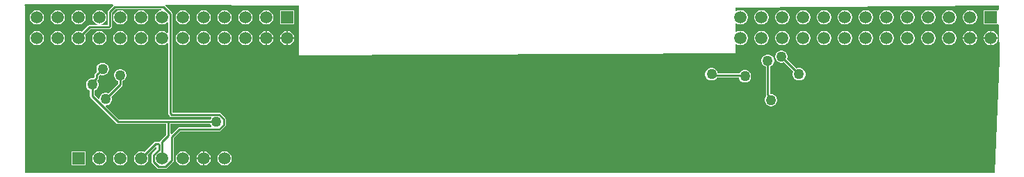
<source format=gtl>
G04*
G04 #@! TF.GenerationSoftware,Altium Limited,Altium Designer,24.10.1 (45)*
G04*
G04 Layer_Physical_Order=1*
G04 Layer_Color=255*
%FSLAX42Y42*%
%MOMM*%
G71*
G04*
G04 #@! TF.SameCoordinates,6BE155C9-00B4-4612-B876-D31AFA52546B*
G04*
G04*
G04 #@! TF.FilePolarity,Positive*
G04*
G01*
G75*
%ADD11C,0.25*%
%ADD16R,1.50X1.50*%
%ADD17C,1.50*%
%ADD18C,1.27*%
G36*
X6317Y9965D02*
X6327Y9948D01*
X6331Y9945D01*
X6325Y9932D01*
X5937D01*
X5927Y9930D01*
X5919Y9924D01*
X5844Y9849D01*
X5832Y9854D01*
Y9969D01*
X6316D01*
X6317Y9965D01*
D02*
G37*
G36*
X5128Y11434D02*
X5131Y11427D01*
X5132Y11422D01*
X5074Y11364D01*
X5069Y11356D01*
X5067Y11346D01*
Y11181D01*
X4993D01*
X4991Y11194D01*
X5000Y11196D01*
X5020Y11207D01*
X5036Y11224D01*
X5047Y11244D01*
X5053Y11266D01*
Y11289D01*
X5047Y11311D01*
X5036Y11331D01*
X5020Y11348D01*
X5000Y11359D01*
X4977Y11365D01*
X4954D01*
X4932Y11359D01*
X4912Y11348D01*
X4896Y11331D01*
X4884Y11311D01*
X4878Y11289D01*
Y11266D01*
X4884Y11244D01*
X4896Y11224D01*
X4912Y11207D01*
X4932Y11196D01*
X4940Y11194D01*
X4938Y11181D01*
X4843D01*
X4833Y11179D01*
X4825Y11173D01*
X4753Y11101D01*
X4746Y11105D01*
X4723Y11111D01*
X4700D01*
X4678Y11105D01*
X4658Y11094D01*
X4642Y11077D01*
X4630Y11057D01*
X4624Y11035D01*
Y11012D01*
X4630Y10990D01*
X4642Y10970D01*
X4658Y10953D01*
X4678Y10942D01*
X4700Y10936D01*
X4723D01*
X4746Y10942D01*
X4766Y10953D01*
X4782Y10970D01*
X4793Y10990D01*
X4799Y11012D01*
Y11035D01*
X4793Y11057D01*
X4789Y11065D01*
X4854Y11129D01*
X5078D01*
X5088Y11131D01*
X5096Y11137D01*
X5111Y11152D01*
X5117Y11160D01*
X5119Y11170D01*
Y11335D01*
X5162Y11379D01*
X5719D01*
X5720Y11378D01*
X5718Y11372D01*
X5713Y11365D01*
X5694Y11359D01*
X5674Y11348D01*
X5658Y11331D01*
X5646Y11311D01*
X5640Y11289D01*
Y11266D01*
X5646Y11244D01*
X5658Y11224D01*
X5674Y11207D01*
X5694Y11196D01*
X5716Y11190D01*
X5739D01*
X5762Y11196D01*
X5782Y11207D01*
X5790Y11215D01*
X5802Y11210D01*
Y11091D01*
X5790Y11086D01*
X5782Y11094D01*
X5762Y11105D01*
X5739Y11111D01*
X5716D01*
X5694Y11105D01*
X5674Y11094D01*
X5658Y11077D01*
X5646Y11057D01*
X5640Y11035D01*
Y11012D01*
X5646Y10990D01*
X5658Y10970D01*
X5674Y10953D01*
X5694Y10942D01*
X5716Y10936D01*
X5739D01*
X5762Y10942D01*
X5782Y10953D01*
X5790Y10961D01*
X5802Y10956D01*
Y10099D01*
X5804Y10089D01*
X5810Y10080D01*
X5825Y10065D01*
X5833Y10060D01*
X5843Y10058D01*
X6325D01*
X6331Y10045D01*
X6327Y10042D01*
X6317Y10024D01*
X6316Y10021D01*
X5206D01*
X5042Y10185D01*
X5047Y10198D01*
X5052D01*
X5071Y10203D01*
X5089Y10213D01*
X5103Y10228D01*
X5113Y10245D01*
X5118Y10264D01*
Y10284D01*
X5113Y10304D01*
X5111Y10307D01*
X5238Y10434D01*
X5244Y10442D01*
X5246Y10452D01*
Y10494D01*
X5249Y10495D01*
X5266Y10505D01*
X5281Y10520D01*
X5291Y10537D01*
X5296Y10556D01*
Y10576D01*
X5291Y10596D01*
X5281Y10613D01*
X5266Y10627D01*
X5249Y10637D01*
X5230Y10643D01*
X5210D01*
X5190Y10637D01*
X5173Y10627D01*
X5159Y10613D01*
X5149Y10596D01*
X5144Y10576D01*
Y10556D01*
X5149Y10537D01*
X5159Y10520D01*
X5173Y10505D01*
X5190Y10495D01*
X5194Y10494D01*
Y10463D01*
X5074Y10343D01*
X5071Y10345D01*
X5052Y10350D01*
X5032D01*
X5012Y10345D01*
X4995Y10335D01*
X4981Y10321D01*
X4971Y10304D01*
X4966Y10284D01*
Y10279D01*
X4953Y10274D01*
X4903Y10324D01*
Y10380D01*
X4906Y10381D01*
X4924Y10391D01*
X4938Y10405D01*
X4948Y10423D01*
X4953Y10442D01*
Y10462D01*
X4948Y10482D01*
X4938Y10499D01*
X4935Y10501D01*
X4950Y10516D01*
X4956Y10525D01*
X4958Y10535D01*
Y10560D01*
X4971Y10573D01*
X4974Y10572D01*
X4994Y10566D01*
X5014D01*
X5033Y10572D01*
X5051Y10582D01*
X5065Y10596D01*
X5075Y10613D01*
X5080Y10633D01*
Y10653D01*
X5075Y10672D01*
X5065Y10689D01*
X5051Y10704D01*
X5033Y10714D01*
X5014Y10719D01*
X4994D01*
X4974Y10714D01*
X4957Y10704D01*
X4943Y10689D01*
X4933Y10672D01*
X4928Y10653D01*
Y10633D01*
X4933Y10613D01*
X4935Y10610D01*
X4914Y10589D01*
X4908Y10581D01*
X4906Y10571D01*
Y10545D01*
X4888Y10528D01*
X4887Y10528D01*
X4867D01*
X4847Y10523D01*
X4830Y10513D01*
X4816Y10499D01*
X4806Y10482D01*
X4801Y10462D01*
Y10442D01*
X4806Y10423D01*
X4816Y10405D01*
X4830Y10391D01*
X4847Y10381D01*
X4851Y10380D01*
Y10314D01*
X4853Y10304D01*
X4858Y10295D01*
X5177Y9977D01*
X5186Y9971D01*
X5196Y9969D01*
X5780D01*
Y9839D01*
X5709Y9769D01*
X5704Y9760D01*
X5703Y9757D01*
X5700Y9754D01*
X5690Y9751D01*
X5689Y9751D01*
X5685Y9754D01*
X5675Y9756D01*
X5654D01*
X5644Y9754D01*
X5635Y9749D01*
X5515Y9628D01*
X5508Y9632D01*
X5485Y9638D01*
X5462D01*
X5440Y9632D01*
X5420Y9621D01*
X5404Y9604D01*
X5392Y9584D01*
X5386Y9562D01*
Y9539D01*
X5392Y9517D01*
X5404Y9497D01*
X5420Y9480D01*
X5440Y9469D01*
X5462Y9463D01*
X5485D01*
X5508Y9469D01*
X5528Y9480D01*
X5544Y9497D01*
X5555Y9517D01*
X5561Y9539D01*
Y9562D01*
X5555Y9584D01*
X5551Y9591D01*
X5652Y9692D01*
X5664Y9687D01*
Y9665D01*
X5609Y9610D01*
X5603Y9602D01*
X5601Y9592D01*
Y9509D01*
X5603Y9499D01*
X5609Y9491D01*
X5668Y9432D01*
X5676Y9426D01*
X5686Y9424D01*
X5769D01*
X5779Y9426D01*
X5788Y9432D01*
X5862Y9506D01*
X5868Y9515D01*
X5870Y9525D01*
Y9802D01*
X5948Y9880D01*
X6425D01*
X6435Y9882D01*
X6443Y9888D01*
X6495Y9940D01*
X6501Y9948D01*
X6503Y9958D01*
Y10032D01*
X6501Y10042D01*
X6495Y10050D01*
X6443Y10102D01*
X6435Y10108D01*
X6425Y10110D01*
X5854D01*
Y11319D01*
X5852Y11329D01*
X5846Y11337D01*
X5767Y11417D01*
X5772Y11430D01*
X7398Y11417D01*
Y10808D01*
X12712Y10833D01*
Y10948D01*
X12725Y10952D01*
X12742Y10942D01*
X12765Y10936D01*
X12788D01*
X12810Y10942D01*
X12830Y10953D01*
X12846Y10970D01*
X12858Y10990D01*
X12864Y11012D01*
Y11035D01*
X12858Y11057D01*
X12846Y11077D01*
X12830Y11094D01*
X12810Y11105D01*
X12788Y11111D01*
X12765D01*
X12742Y11105D01*
X12725Y11095D01*
X12712Y11100D01*
Y11202D01*
X12725Y11206D01*
X12742Y11196D01*
X12765Y11190D01*
X12788D01*
X12810Y11196D01*
X12830Y11207D01*
X12846Y11224D01*
X12858Y11244D01*
X12864Y11266D01*
Y11289D01*
X12858Y11311D01*
X12846Y11331D01*
X12830Y11348D01*
X12810Y11359D01*
X12788Y11365D01*
X12765D01*
X12742Y11359D01*
X12725Y11349D01*
X12712Y11354D01*
Y11398D01*
X15919Y11417D01*
X15920Y11375D01*
X15908Y11365D01*
X15737D01*
Y11190D01*
X15911D01*
X15912Y11190D01*
X15924Y11188D01*
X15932Y10770D01*
X15874Y9373D01*
X4058D01*
Y11417D01*
X4052Y11423D01*
X4052Y11431D01*
X4063Y11442D01*
X5128Y11434D01*
D02*
G37*
%LPC*%
G36*
X15582Y11365D02*
X15559D01*
X15536Y11359D01*
X15516Y11348D01*
X15500Y11331D01*
X15488Y11311D01*
X15482Y11289D01*
Y11266D01*
X15488Y11244D01*
X15500Y11224D01*
X15516Y11207D01*
X15536Y11196D01*
X15559Y11190D01*
X15582D01*
X15604Y11196D01*
X15624Y11207D01*
X15640Y11224D01*
X15652Y11244D01*
X15658Y11266D01*
Y11289D01*
X15652Y11311D01*
X15640Y11331D01*
X15624Y11348D01*
X15604Y11359D01*
X15582Y11365D01*
D02*
G37*
G36*
X15328D02*
X15305D01*
X15282Y11359D01*
X15262Y11348D01*
X15246Y11331D01*
X15234Y11311D01*
X15229Y11289D01*
Y11266D01*
X15234Y11244D01*
X15246Y11224D01*
X15262Y11207D01*
X15282Y11196D01*
X15305Y11190D01*
X15328D01*
X15350Y11196D01*
X15370Y11207D01*
X15386Y11224D01*
X15398Y11244D01*
X15404Y11266D01*
Y11289D01*
X15398Y11311D01*
X15386Y11331D01*
X15370Y11348D01*
X15350Y11359D01*
X15328Y11365D01*
D02*
G37*
G36*
X15074D02*
X15051D01*
X15028Y11359D01*
X15008Y11348D01*
X14992Y11331D01*
X14980Y11311D01*
X14974Y11289D01*
Y11266D01*
X14980Y11244D01*
X14992Y11224D01*
X15008Y11207D01*
X15028Y11196D01*
X15051Y11190D01*
X15074D01*
X15096Y11196D01*
X15116Y11207D01*
X15132Y11224D01*
X15144Y11244D01*
X15150Y11266D01*
Y11289D01*
X15144Y11311D01*
X15132Y11331D01*
X15116Y11348D01*
X15096Y11359D01*
X15074Y11365D01*
D02*
G37*
G36*
X14820D02*
X14797D01*
X14774Y11359D01*
X14754Y11348D01*
X14738Y11331D01*
X14726Y11311D01*
X14721Y11289D01*
Y11266D01*
X14726Y11244D01*
X14738Y11224D01*
X14754Y11207D01*
X14774Y11196D01*
X14797Y11190D01*
X14820D01*
X14842Y11196D01*
X14862Y11207D01*
X14878Y11224D01*
X14890Y11244D01*
X14896Y11266D01*
Y11289D01*
X14890Y11311D01*
X14878Y11331D01*
X14862Y11348D01*
X14842Y11359D01*
X14820Y11365D01*
D02*
G37*
G36*
X14566D02*
X14543D01*
X14520Y11359D01*
X14500Y11348D01*
X14484Y11331D01*
X14472Y11311D01*
X14466Y11289D01*
Y11266D01*
X14472Y11244D01*
X14484Y11224D01*
X14500Y11207D01*
X14520Y11196D01*
X14543Y11190D01*
X14566D01*
X14588Y11196D01*
X14608Y11207D01*
X14624Y11224D01*
X14636Y11244D01*
X14642Y11266D01*
Y11289D01*
X14636Y11311D01*
X14624Y11331D01*
X14608Y11348D01*
X14588Y11359D01*
X14566Y11365D01*
D02*
G37*
G36*
X14312D02*
X14289D01*
X14266Y11359D01*
X14246Y11348D01*
X14230Y11331D01*
X14218Y11311D01*
X14212Y11289D01*
Y11266D01*
X14218Y11244D01*
X14230Y11224D01*
X14246Y11207D01*
X14266Y11196D01*
X14289Y11190D01*
X14312D01*
X14334Y11196D01*
X14354Y11207D01*
X14370Y11224D01*
X14382Y11244D01*
X14388Y11266D01*
Y11289D01*
X14382Y11311D01*
X14370Y11331D01*
X14354Y11348D01*
X14334Y11359D01*
X14312Y11365D01*
D02*
G37*
G36*
X14058D02*
X14035D01*
X14012Y11359D01*
X13992Y11348D01*
X13976Y11331D01*
X13964Y11311D01*
X13959Y11289D01*
Y11266D01*
X13964Y11244D01*
X13976Y11224D01*
X13992Y11207D01*
X14012Y11196D01*
X14035Y11190D01*
X14058D01*
X14080Y11196D01*
X14100Y11207D01*
X14116Y11224D01*
X14128Y11244D01*
X14134Y11266D01*
Y11289D01*
X14128Y11311D01*
X14116Y11331D01*
X14100Y11348D01*
X14080Y11359D01*
X14058Y11365D01*
D02*
G37*
G36*
X13804D02*
X13781D01*
X13758Y11359D01*
X13738Y11348D01*
X13722Y11331D01*
X13710Y11311D01*
X13704Y11289D01*
Y11266D01*
X13710Y11244D01*
X13722Y11224D01*
X13738Y11207D01*
X13758Y11196D01*
X13781Y11190D01*
X13804D01*
X13826Y11196D01*
X13846Y11207D01*
X13862Y11224D01*
X13874Y11244D01*
X13880Y11266D01*
Y11289D01*
X13874Y11311D01*
X13862Y11331D01*
X13846Y11348D01*
X13826Y11359D01*
X13804Y11365D01*
D02*
G37*
G36*
X13550D02*
X13527D01*
X13504Y11359D01*
X13484Y11348D01*
X13468Y11331D01*
X13456Y11311D01*
X13451Y11289D01*
Y11266D01*
X13456Y11244D01*
X13468Y11224D01*
X13484Y11207D01*
X13504Y11196D01*
X13527Y11190D01*
X13550D01*
X13572Y11196D01*
X13592Y11207D01*
X13608Y11224D01*
X13620Y11244D01*
X13626Y11266D01*
Y11289D01*
X13620Y11311D01*
X13608Y11331D01*
X13592Y11348D01*
X13572Y11359D01*
X13550Y11365D01*
D02*
G37*
G36*
X13296D02*
X13273D01*
X13250Y11359D01*
X13230Y11348D01*
X13214Y11331D01*
X13202Y11311D01*
X13196Y11289D01*
Y11266D01*
X13202Y11244D01*
X13214Y11224D01*
X13230Y11207D01*
X13250Y11196D01*
X13273Y11190D01*
X13296D01*
X13318Y11196D01*
X13338Y11207D01*
X13354Y11224D01*
X13366Y11244D01*
X13372Y11266D01*
Y11289D01*
X13366Y11311D01*
X13354Y11331D01*
X13338Y11348D01*
X13318Y11359D01*
X13296Y11365D01*
D02*
G37*
G36*
X13042D02*
X13019D01*
X12996Y11359D01*
X12976Y11348D01*
X12960Y11331D01*
X12948Y11311D01*
X12943Y11289D01*
Y11266D01*
X12948Y11244D01*
X12960Y11224D01*
X12976Y11207D01*
X12996Y11196D01*
X13019Y11190D01*
X13042D01*
X13064Y11196D01*
X13084Y11207D01*
X13100Y11224D01*
X13112Y11244D01*
X13118Y11266D01*
Y11289D01*
X13112Y11311D01*
X13100Y11331D01*
X13084Y11348D01*
X13064Y11359D01*
X13042Y11365D01*
D02*
G37*
G36*
X7339D02*
X7164D01*
Y11190D01*
X7339D01*
Y11365D01*
D02*
G37*
G36*
X7009D02*
X6986D01*
X6964Y11359D01*
X6944Y11348D01*
X6928Y11331D01*
X6916Y11311D01*
X6910Y11289D01*
Y11266D01*
X6916Y11244D01*
X6928Y11224D01*
X6944Y11207D01*
X6964Y11196D01*
X6986Y11190D01*
X7009D01*
X7032Y11196D01*
X7052Y11207D01*
X7068Y11224D01*
X7079Y11244D01*
X7085Y11266D01*
Y11289D01*
X7079Y11311D01*
X7068Y11331D01*
X7052Y11348D01*
X7032Y11359D01*
X7009Y11365D01*
D02*
G37*
G36*
X6755D02*
X6732D01*
X6710Y11359D01*
X6690Y11348D01*
X6674Y11331D01*
X6662Y11311D01*
X6656Y11289D01*
Y11266D01*
X6662Y11244D01*
X6674Y11224D01*
X6690Y11207D01*
X6710Y11196D01*
X6732Y11190D01*
X6755D01*
X6778Y11196D01*
X6798Y11207D01*
X6814Y11224D01*
X6825Y11244D01*
X6831Y11266D01*
Y11289D01*
X6825Y11311D01*
X6814Y11331D01*
X6798Y11348D01*
X6778Y11359D01*
X6755Y11365D01*
D02*
G37*
G36*
X6501D02*
X6478D01*
X6456Y11359D01*
X6436Y11348D01*
X6420Y11331D01*
X6408Y11311D01*
X6402Y11289D01*
Y11266D01*
X6408Y11244D01*
X6420Y11224D01*
X6436Y11207D01*
X6456Y11196D01*
X6478Y11190D01*
X6501D01*
X6524Y11196D01*
X6544Y11207D01*
X6560Y11224D01*
X6571Y11244D01*
X6577Y11266D01*
Y11289D01*
X6571Y11311D01*
X6560Y11331D01*
X6544Y11348D01*
X6524Y11359D01*
X6501Y11365D01*
D02*
G37*
G36*
X6247D02*
X6224D01*
X6202Y11359D01*
X6182Y11348D01*
X6166Y11331D01*
X6154Y11311D01*
X6148Y11289D01*
Y11266D01*
X6154Y11244D01*
X6166Y11224D01*
X6182Y11207D01*
X6202Y11196D01*
X6224Y11190D01*
X6247D01*
X6270Y11196D01*
X6290Y11207D01*
X6306Y11224D01*
X6317Y11244D01*
X6323Y11266D01*
Y11289D01*
X6317Y11311D01*
X6306Y11331D01*
X6290Y11348D01*
X6270Y11359D01*
X6247Y11365D01*
D02*
G37*
G36*
X5993D02*
X5970D01*
X5948Y11359D01*
X5928Y11348D01*
X5912Y11331D01*
X5900Y11311D01*
X5894Y11289D01*
Y11266D01*
X5900Y11244D01*
X5912Y11224D01*
X5928Y11207D01*
X5948Y11196D01*
X5970Y11190D01*
X5993D01*
X6016Y11196D01*
X6036Y11207D01*
X6052Y11224D01*
X6063Y11244D01*
X6069Y11266D01*
Y11289D01*
X6063Y11311D01*
X6052Y11331D01*
X6036Y11348D01*
X6016Y11359D01*
X5993Y11365D01*
D02*
G37*
G36*
X5485D02*
X5462D01*
X5440Y11359D01*
X5420Y11348D01*
X5404Y11331D01*
X5392Y11311D01*
X5386Y11289D01*
Y11266D01*
X5392Y11244D01*
X5404Y11224D01*
X5420Y11207D01*
X5440Y11196D01*
X5462Y11190D01*
X5485D01*
X5508Y11196D01*
X5528Y11207D01*
X5544Y11224D01*
X5555Y11244D01*
X5561Y11266D01*
Y11289D01*
X5555Y11311D01*
X5544Y11331D01*
X5528Y11348D01*
X5508Y11359D01*
X5485Y11365D01*
D02*
G37*
G36*
X5231D02*
X5208D01*
X5186Y11359D01*
X5166Y11348D01*
X5150Y11331D01*
X5138Y11311D01*
X5132Y11289D01*
Y11266D01*
X5138Y11244D01*
X5150Y11224D01*
X5166Y11207D01*
X5186Y11196D01*
X5208Y11190D01*
X5231D01*
X5254Y11196D01*
X5274Y11207D01*
X5290Y11224D01*
X5301Y11244D01*
X5307Y11266D01*
Y11289D01*
X5301Y11311D01*
X5290Y11331D01*
X5274Y11348D01*
X5254Y11359D01*
X5231Y11365D01*
D02*
G37*
G36*
X4723D02*
X4700D01*
X4678Y11359D01*
X4658Y11348D01*
X4642Y11331D01*
X4630Y11311D01*
X4624Y11289D01*
Y11266D01*
X4630Y11244D01*
X4642Y11224D01*
X4658Y11207D01*
X4678Y11196D01*
X4700Y11190D01*
X4723D01*
X4746Y11196D01*
X4766Y11207D01*
X4782Y11224D01*
X4793Y11244D01*
X4799Y11266D01*
Y11289D01*
X4793Y11311D01*
X4782Y11331D01*
X4766Y11348D01*
X4746Y11359D01*
X4723Y11365D01*
D02*
G37*
G36*
X4469D02*
X4446D01*
X4424Y11359D01*
X4404Y11348D01*
X4388Y11331D01*
X4376Y11311D01*
X4370Y11289D01*
Y11266D01*
X4376Y11244D01*
X4388Y11224D01*
X4404Y11207D01*
X4424Y11196D01*
X4446Y11190D01*
X4469D01*
X4492Y11196D01*
X4512Y11207D01*
X4528Y11224D01*
X4539Y11244D01*
X4545Y11266D01*
Y11289D01*
X4539Y11311D01*
X4528Y11331D01*
X4512Y11348D01*
X4492Y11359D01*
X4469Y11365D01*
D02*
G37*
G36*
X4215D02*
X4192D01*
X4170Y11359D01*
X4150Y11348D01*
X4134Y11331D01*
X4122Y11311D01*
X4116Y11289D01*
Y11266D01*
X4122Y11244D01*
X4134Y11224D01*
X4150Y11207D01*
X4170Y11196D01*
X4192Y11190D01*
X4215D01*
X4238Y11196D01*
X4258Y11207D01*
X4274Y11224D01*
X4285Y11244D01*
X4291Y11266D01*
Y11289D01*
X4285Y11311D01*
X4274Y11331D01*
X4258Y11348D01*
X4238Y11359D01*
X4215Y11365D01*
D02*
G37*
G36*
X15582Y11111D02*
X15577D01*
Y11030D01*
X15658D01*
Y11035D01*
X15652Y11057D01*
X15640Y11077D01*
X15624Y11094D01*
X15604Y11105D01*
X15582Y11111D01*
D02*
G37*
G36*
X15836D02*
X15831D01*
Y11030D01*
X15912D01*
Y11035D01*
X15906Y11057D01*
X15894Y11077D01*
X15878Y11094D01*
X15858Y11105D01*
X15836Y11111D01*
D02*
G37*
G36*
X7263D02*
X7258D01*
Y11030D01*
X7339D01*
Y11035D01*
X7333Y11057D01*
X7322Y11077D01*
X7306Y11094D01*
X7286Y11105D01*
X7263Y11111D01*
D02*
G37*
G36*
X7009D02*
X7004D01*
Y11030D01*
X7085D01*
Y11035D01*
X7079Y11057D01*
X7068Y11077D01*
X7052Y11094D01*
X7032Y11105D01*
X7009Y11111D01*
D02*
G37*
G36*
X15564D02*
X15559D01*
X15536Y11105D01*
X15516Y11094D01*
X15500Y11077D01*
X15488Y11057D01*
X15482Y11035D01*
Y11030D01*
X15564D01*
Y11111D01*
D02*
G37*
G36*
X15818D02*
X15813D01*
X15790Y11105D01*
X15770Y11094D01*
X15754Y11077D01*
X15742Y11057D01*
X15737Y11035D01*
Y11030D01*
X15818D01*
Y11111D01*
D02*
G37*
G36*
X7245D02*
X7240D01*
X7218Y11105D01*
X7198Y11094D01*
X7182Y11077D01*
X7170Y11057D01*
X7164Y11035D01*
Y11030D01*
X7245D01*
Y11111D01*
D02*
G37*
G36*
X6991D02*
X6986D01*
X6964Y11105D01*
X6944Y11094D01*
X6928Y11077D01*
X6916Y11057D01*
X6910Y11035D01*
Y11030D01*
X6991D01*
Y11111D01*
D02*
G37*
G36*
X15912Y11017D02*
X15831D01*
Y10936D01*
X15836D01*
X15858Y10942D01*
X15878Y10953D01*
X15894Y10970D01*
X15906Y10990D01*
X15912Y11012D01*
Y11017D01*
D02*
G37*
G36*
X15818D02*
X15737D01*
Y11012D01*
X15742Y10990D01*
X15754Y10970D01*
X15770Y10953D01*
X15790Y10942D01*
X15813Y10936D01*
X15818D01*
Y11017D01*
D02*
G37*
G36*
X15658D02*
X15577D01*
Y10936D01*
X15582D01*
X15604Y10942D01*
X15624Y10953D01*
X15640Y10970D01*
X15652Y10990D01*
X15658Y11012D01*
Y11017D01*
D02*
G37*
G36*
X15564D02*
X15482D01*
Y11012D01*
X15488Y10990D01*
X15500Y10970D01*
X15516Y10953D01*
X15536Y10942D01*
X15559Y10936D01*
X15564D01*
Y11017D01*
D02*
G37*
G36*
X15328Y11111D02*
X15305D01*
X15282Y11105D01*
X15262Y11094D01*
X15246Y11077D01*
X15234Y11057D01*
X15229Y11035D01*
Y11012D01*
X15234Y10990D01*
X15246Y10970D01*
X15262Y10953D01*
X15282Y10942D01*
X15305Y10936D01*
X15328D01*
X15350Y10942D01*
X15370Y10953D01*
X15386Y10970D01*
X15398Y10990D01*
X15404Y11012D01*
Y11035D01*
X15398Y11057D01*
X15386Y11077D01*
X15370Y11094D01*
X15350Y11105D01*
X15328Y11111D01*
D02*
G37*
G36*
X15074D02*
X15051D01*
X15028Y11105D01*
X15008Y11094D01*
X14992Y11077D01*
X14980Y11057D01*
X14974Y11035D01*
Y11012D01*
X14980Y10990D01*
X14992Y10970D01*
X15008Y10953D01*
X15028Y10942D01*
X15051Y10936D01*
X15074D01*
X15096Y10942D01*
X15116Y10953D01*
X15132Y10970D01*
X15144Y10990D01*
X15150Y11012D01*
Y11035D01*
X15144Y11057D01*
X15132Y11077D01*
X15116Y11094D01*
X15096Y11105D01*
X15074Y11111D01*
D02*
G37*
G36*
X14820D02*
X14797D01*
X14774Y11105D01*
X14754Y11094D01*
X14738Y11077D01*
X14726Y11057D01*
X14721Y11035D01*
Y11012D01*
X14726Y10990D01*
X14738Y10970D01*
X14754Y10953D01*
X14774Y10942D01*
X14797Y10936D01*
X14820D01*
X14842Y10942D01*
X14862Y10953D01*
X14878Y10970D01*
X14890Y10990D01*
X14896Y11012D01*
Y11035D01*
X14890Y11057D01*
X14878Y11077D01*
X14862Y11094D01*
X14842Y11105D01*
X14820Y11111D01*
D02*
G37*
G36*
X14566D02*
X14543D01*
X14520Y11105D01*
X14500Y11094D01*
X14484Y11077D01*
X14472Y11057D01*
X14466Y11035D01*
Y11012D01*
X14472Y10990D01*
X14484Y10970D01*
X14500Y10953D01*
X14520Y10942D01*
X14543Y10936D01*
X14566D01*
X14588Y10942D01*
X14608Y10953D01*
X14624Y10970D01*
X14636Y10990D01*
X14642Y11012D01*
Y11035D01*
X14636Y11057D01*
X14624Y11077D01*
X14608Y11094D01*
X14588Y11105D01*
X14566Y11111D01*
D02*
G37*
G36*
X14312D02*
X14289D01*
X14266Y11105D01*
X14246Y11094D01*
X14230Y11077D01*
X14218Y11057D01*
X14212Y11035D01*
Y11012D01*
X14218Y10990D01*
X14230Y10970D01*
X14246Y10953D01*
X14266Y10942D01*
X14289Y10936D01*
X14312D01*
X14334Y10942D01*
X14354Y10953D01*
X14370Y10970D01*
X14382Y10990D01*
X14388Y11012D01*
Y11035D01*
X14382Y11057D01*
X14370Y11077D01*
X14354Y11094D01*
X14334Y11105D01*
X14312Y11111D01*
D02*
G37*
G36*
X14058D02*
X14035D01*
X14012Y11105D01*
X13992Y11094D01*
X13976Y11077D01*
X13964Y11057D01*
X13959Y11035D01*
Y11012D01*
X13964Y10990D01*
X13976Y10970D01*
X13992Y10953D01*
X14012Y10942D01*
X14035Y10936D01*
X14058D01*
X14080Y10942D01*
X14100Y10953D01*
X14116Y10970D01*
X14128Y10990D01*
X14134Y11012D01*
Y11035D01*
X14128Y11057D01*
X14116Y11077D01*
X14100Y11094D01*
X14080Y11105D01*
X14058Y11111D01*
D02*
G37*
G36*
X13804D02*
X13781D01*
X13758Y11105D01*
X13738Y11094D01*
X13722Y11077D01*
X13710Y11057D01*
X13704Y11035D01*
Y11012D01*
X13710Y10990D01*
X13722Y10970D01*
X13738Y10953D01*
X13758Y10942D01*
X13781Y10936D01*
X13804D01*
X13826Y10942D01*
X13846Y10953D01*
X13862Y10970D01*
X13874Y10990D01*
X13880Y11012D01*
Y11035D01*
X13874Y11057D01*
X13862Y11077D01*
X13846Y11094D01*
X13826Y11105D01*
X13804Y11111D01*
D02*
G37*
G36*
X13550D02*
X13527D01*
X13504Y11105D01*
X13484Y11094D01*
X13468Y11077D01*
X13456Y11057D01*
X13451Y11035D01*
Y11012D01*
X13456Y10990D01*
X13468Y10970D01*
X13484Y10953D01*
X13504Y10942D01*
X13527Y10936D01*
X13550D01*
X13572Y10942D01*
X13592Y10953D01*
X13608Y10970D01*
X13620Y10990D01*
X13626Y11012D01*
Y11035D01*
X13620Y11057D01*
X13608Y11077D01*
X13592Y11094D01*
X13572Y11105D01*
X13550Y11111D01*
D02*
G37*
G36*
X13296D02*
X13273D01*
X13250Y11105D01*
X13230Y11094D01*
X13214Y11077D01*
X13202Y11057D01*
X13196Y11035D01*
Y11012D01*
X13202Y10990D01*
X13214Y10970D01*
X13230Y10953D01*
X13250Y10942D01*
X13273Y10936D01*
X13296D01*
X13318Y10942D01*
X13338Y10953D01*
X13354Y10970D01*
X13366Y10990D01*
X13372Y11012D01*
Y11035D01*
X13366Y11057D01*
X13354Y11077D01*
X13338Y11094D01*
X13318Y11105D01*
X13296Y11111D01*
D02*
G37*
G36*
X13042D02*
X13019D01*
X12996Y11105D01*
X12976Y11094D01*
X12960Y11077D01*
X12948Y11057D01*
X12943Y11035D01*
Y11012D01*
X12948Y10990D01*
X12960Y10970D01*
X12976Y10953D01*
X12996Y10942D01*
X13019Y10936D01*
X13042D01*
X13064Y10942D01*
X13084Y10953D01*
X13100Y10970D01*
X13112Y10990D01*
X13118Y11012D01*
Y11035D01*
X13112Y11057D01*
X13100Y11077D01*
X13084Y11094D01*
X13064Y11105D01*
X13042Y11111D01*
D02*
G37*
G36*
X7339Y11017D02*
X7258D01*
Y10936D01*
X7263D01*
X7286Y10942D01*
X7306Y10953D01*
X7322Y10970D01*
X7333Y10990D01*
X7339Y11012D01*
Y11017D01*
D02*
G37*
G36*
X7245D02*
X7164D01*
Y11012D01*
X7170Y10990D01*
X7182Y10970D01*
X7198Y10953D01*
X7218Y10942D01*
X7240Y10936D01*
X7245D01*
Y11017D01*
D02*
G37*
G36*
X7085D02*
X7004D01*
Y10936D01*
X7009D01*
X7032Y10942D01*
X7052Y10953D01*
X7068Y10970D01*
X7079Y10990D01*
X7085Y11012D01*
Y11017D01*
D02*
G37*
G36*
X6991D02*
X6910D01*
Y11012D01*
X6916Y10990D01*
X6928Y10970D01*
X6944Y10953D01*
X6964Y10942D01*
X6986Y10936D01*
X6991D01*
Y11017D01*
D02*
G37*
G36*
X6755Y11111D02*
X6732D01*
X6710Y11105D01*
X6690Y11094D01*
X6674Y11077D01*
X6662Y11057D01*
X6656Y11035D01*
Y11012D01*
X6662Y10990D01*
X6674Y10970D01*
X6690Y10953D01*
X6710Y10942D01*
X6732Y10936D01*
X6755D01*
X6778Y10942D01*
X6798Y10953D01*
X6814Y10970D01*
X6825Y10990D01*
X6831Y11012D01*
Y11035D01*
X6825Y11057D01*
X6814Y11077D01*
X6798Y11094D01*
X6778Y11105D01*
X6755Y11111D01*
D02*
G37*
G36*
X6501D02*
X6478D01*
X6456Y11105D01*
X6436Y11094D01*
X6420Y11077D01*
X6408Y11057D01*
X6402Y11035D01*
Y11012D01*
X6408Y10990D01*
X6420Y10970D01*
X6436Y10953D01*
X6456Y10942D01*
X6478Y10936D01*
X6501D01*
X6524Y10942D01*
X6544Y10953D01*
X6560Y10970D01*
X6571Y10990D01*
X6577Y11012D01*
Y11035D01*
X6571Y11057D01*
X6560Y11077D01*
X6544Y11094D01*
X6524Y11105D01*
X6501Y11111D01*
D02*
G37*
G36*
X6247D02*
X6224D01*
X6202Y11105D01*
X6182Y11094D01*
X6166Y11077D01*
X6154Y11057D01*
X6148Y11035D01*
Y11012D01*
X6154Y10990D01*
X6166Y10970D01*
X6182Y10953D01*
X6202Y10942D01*
X6224Y10936D01*
X6247D01*
X6270Y10942D01*
X6290Y10953D01*
X6306Y10970D01*
X6317Y10990D01*
X6323Y11012D01*
Y11035D01*
X6317Y11057D01*
X6306Y11077D01*
X6290Y11094D01*
X6270Y11105D01*
X6247Y11111D01*
D02*
G37*
G36*
X5993D02*
X5970D01*
X5948Y11105D01*
X5928Y11094D01*
X5912Y11077D01*
X5900Y11057D01*
X5894Y11035D01*
Y11012D01*
X5900Y10990D01*
X5912Y10970D01*
X5928Y10953D01*
X5948Y10942D01*
X5970Y10936D01*
X5993D01*
X6016Y10942D01*
X6036Y10953D01*
X6052Y10970D01*
X6063Y10990D01*
X6069Y11012D01*
Y11035D01*
X6063Y11057D01*
X6052Y11077D01*
X6036Y11094D01*
X6016Y11105D01*
X5993Y11111D01*
D02*
G37*
G36*
X5485D02*
X5462D01*
X5440Y11105D01*
X5420Y11094D01*
X5404Y11077D01*
X5392Y11057D01*
X5386Y11035D01*
Y11012D01*
X5392Y10990D01*
X5404Y10970D01*
X5420Y10953D01*
X5440Y10942D01*
X5462Y10936D01*
X5485D01*
X5508Y10942D01*
X5528Y10953D01*
X5544Y10970D01*
X5555Y10990D01*
X5561Y11012D01*
Y11035D01*
X5555Y11057D01*
X5544Y11077D01*
X5528Y11094D01*
X5508Y11105D01*
X5485Y11111D01*
D02*
G37*
G36*
X5231D02*
X5208D01*
X5186Y11105D01*
X5166Y11094D01*
X5150Y11077D01*
X5138Y11057D01*
X5132Y11035D01*
Y11012D01*
X5138Y10990D01*
X5150Y10970D01*
X5166Y10953D01*
X5186Y10942D01*
X5208Y10936D01*
X5231D01*
X5254Y10942D01*
X5274Y10953D01*
X5290Y10970D01*
X5301Y10990D01*
X5307Y11012D01*
Y11035D01*
X5301Y11057D01*
X5290Y11077D01*
X5274Y11094D01*
X5254Y11105D01*
X5231Y11111D01*
D02*
G37*
G36*
X4977D02*
X4954D01*
X4932Y11105D01*
X4912Y11094D01*
X4896Y11077D01*
X4884Y11057D01*
X4878Y11035D01*
Y11012D01*
X4884Y10990D01*
X4896Y10970D01*
X4912Y10953D01*
X4932Y10942D01*
X4954Y10936D01*
X4977D01*
X5000Y10942D01*
X5020Y10953D01*
X5036Y10970D01*
X5047Y10990D01*
X5053Y11012D01*
Y11035D01*
X5047Y11057D01*
X5036Y11077D01*
X5020Y11094D01*
X5000Y11105D01*
X4977Y11111D01*
D02*
G37*
G36*
X4469D02*
X4446D01*
X4424Y11105D01*
X4404Y11094D01*
X4388Y11077D01*
X4376Y11057D01*
X4370Y11035D01*
Y11012D01*
X4376Y10990D01*
X4388Y10970D01*
X4404Y10953D01*
X4424Y10942D01*
X4446Y10936D01*
X4469D01*
X4492Y10942D01*
X4512Y10953D01*
X4528Y10970D01*
X4539Y10990D01*
X4545Y11012D01*
Y11035D01*
X4539Y11057D01*
X4528Y11077D01*
X4512Y11094D01*
X4492Y11105D01*
X4469Y11111D01*
D02*
G37*
G36*
X4215D02*
X4192D01*
X4170Y11105D01*
X4150Y11094D01*
X4134Y11077D01*
X4122Y11057D01*
X4116Y11035D01*
Y11012D01*
X4122Y10990D01*
X4134Y10970D01*
X4150Y10953D01*
X4170Y10942D01*
X4192Y10936D01*
X4215D01*
X4238Y10942D01*
X4258Y10953D01*
X4274Y10970D01*
X4285Y10990D01*
X4291Y11012D01*
Y11035D01*
X4285Y11057D01*
X4274Y11077D01*
X4258Y11094D01*
X4238Y11105D01*
X4215Y11111D01*
D02*
G37*
G36*
X13282Y10871D02*
X13261D01*
X13242Y10866D01*
X13225Y10856D01*
X13211Y10842D01*
X13200Y10824D01*
X13195Y10805D01*
Y10785D01*
X13200Y10766D01*
X13211Y10748D01*
X13225Y10734D01*
X13242Y10724D01*
X13261Y10719D01*
X13282D01*
X13301Y10724D01*
X13304Y10726D01*
X13418Y10612D01*
X13416Y10609D01*
X13411Y10589D01*
Y10569D01*
X13416Y10550D01*
X13426Y10532D01*
X13441Y10518D01*
X13458Y10508D01*
X13477Y10503D01*
X13497D01*
X13517Y10508D01*
X13534Y10518D01*
X13548Y10532D01*
X13558Y10550D01*
X13564Y10569D01*
Y10589D01*
X13558Y10609D01*
X13548Y10626D01*
X13534Y10640D01*
X13517Y10650D01*
X13497Y10655D01*
X13477D01*
X13458Y10650D01*
X13455Y10648D01*
X13341Y10762D01*
X13343Y10766D01*
X13348Y10785D01*
Y10805D01*
X13343Y10824D01*
X13332Y10842D01*
X13318Y10856D01*
X13301Y10866D01*
X13282Y10871D01*
D02*
G37*
G36*
X12431Y10655D02*
X12411D01*
X12391Y10650D01*
X12374Y10640D01*
X12360Y10626D01*
X12350Y10609D01*
X12344Y10589D01*
Y10569D01*
X12350Y10550D01*
X12360Y10532D01*
X12374Y10518D01*
X12391Y10508D01*
X12411Y10503D01*
X12431D01*
X12450Y10508D01*
X12467Y10518D01*
X12482Y10532D01*
X12486Y10541D01*
X12752D01*
X12756Y10524D01*
X12766Y10507D01*
X12780Y10493D01*
X12798Y10483D01*
X12817Y10478D01*
X12837D01*
X12856Y10483D01*
X12874Y10493D01*
X12888Y10507D01*
X12898Y10524D01*
X12903Y10544D01*
Y10564D01*
X12898Y10583D01*
X12888Y10600D01*
X12874Y10615D01*
X12856Y10625D01*
X12837Y10630D01*
X12817D01*
X12798Y10625D01*
X12780Y10615D01*
X12766Y10600D01*
X12761Y10592D01*
X12496D01*
X12492Y10609D01*
X12482Y10626D01*
X12467Y10640D01*
X12450Y10650D01*
X12431Y10655D01*
D02*
G37*
G36*
X13116Y10820D02*
X13096D01*
X13077Y10815D01*
X13060Y10805D01*
X13045Y10791D01*
X13035Y10774D01*
X13030Y10754D01*
Y10734D01*
X13035Y10715D01*
X13045Y10697D01*
X13060Y10683D01*
X13077Y10673D01*
X13081Y10672D01*
Y10327D01*
X13082Y10317D01*
X13086Y10311D01*
X13084Y10308D01*
X13073Y10291D01*
X13068Y10272D01*
Y10252D01*
X13073Y10232D01*
X13084Y10215D01*
X13098Y10201D01*
X13115Y10191D01*
X13134Y10185D01*
X13155D01*
X13174Y10191D01*
X13191Y10201D01*
X13205Y10215D01*
X13216Y10232D01*
X13221Y10252D01*
Y10272D01*
X13216Y10291D01*
X13205Y10308D01*
X13191Y10323D01*
X13174Y10333D01*
X13155Y10338D01*
X13134D01*
X13132Y10350D01*
Y10672D01*
X13136Y10673D01*
X13153Y10683D01*
X13167Y10697D01*
X13177Y10715D01*
X13183Y10734D01*
Y10754D01*
X13177Y10774D01*
X13167Y10791D01*
X13153Y10805D01*
X13136Y10815D01*
X13116Y10820D01*
D02*
G37*
G36*
X6247Y9638D02*
X6242D01*
Y9557D01*
X6323D01*
Y9562D01*
X6317Y9584D01*
X6306Y9604D01*
X6290Y9621D01*
X6270Y9632D01*
X6247Y9638D01*
D02*
G37*
G36*
X6229D02*
X6224D01*
X6202Y9632D01*
X6182Y9621D01*
X6166Y9604D01*
X6154Y9584D01*
X6148Y9562D01*
Y9557D01*
X6229D01*
Y9638D01*
D02*
G37*
G36*
X6501D02*
X6478D01*
X6456Y9632D01*
X6436Y9621D01*
X6420Y9604D01*
X6408Y9584D01*
X6402Y9562D01*
Y9539D01*
X6408Y9517D01*
X6420Y9497D01*
X6436Y9480D01*
X6456Y9469D01*
X6478Y9463D01*
X6501D01*
X6524Y9469D01*
X6544Y9480D01*
X6560Y9497D01*
X6571Y9517D01*
X6577Y9539D01*
Y9562D01*
X6571Y9584D01*
X6560Y9604D01*
X6544Y9621D01*
X6524Y9632D01*
X6501Y9638D01*
D02*
G37*
G36*
X6323Y9544D02*
X6242D01*
Y9463D01*
X6247D01*
X6270Y9469D01*
X6290Y9480D01*
X6306Y9497D01*
X6317Y9517D01*
X6323Y9539D01*
Y9544D01*
D02*
G37*
G36*
X6229D02*
X6148D01*
Y9539D01*
X6154Y9517D01*
X6166Y9497D01*
X6182Y9480D01*
X6202Y9469D01*
X6224Y9463D01*
X6229D01*
Y9544D01*
D02*
G37*
G36*
X5993Y9638D02*
X5970D01*
X5948Y9632D01*
X5928Y9621D01*
X5912Y9604D01*
X5900Y9584D01*
X5894Y9562D01*
Y9539D01*
X5900Y9517D01*
X5912Y9497D01*
X5928Y9480D01*
X5948Y9469D01*
X5970Y9463D01*
X5993D01*
X6016Y9469D01*
X6036Y9480D01*
X6052Y9497D01*
X6063Y9517D01*
X6069Y9539D01*
Y9562D01*
X6063Y9584D01*
X6052Y9604D01*
X6036Y9621D01*
X6016Y9632D01*
X5993Y9638D01*
D02*
G37*
G36*
X5231D02*
X5208D01*
X5186Y9632D01*
X5166Y9621D01*
X5150Y9604D01*
X5138Y9584D01*
X5132Y9562D01*
Y9539D01*
X5138Y9517D01*
X5150Y9497D01*
X5166Y9480D01*
X5186Y9469D01*
X5208Y9463D01*
X5231D01*
X5254Y9469D01*
X5274Y9480D01*
X5290Y9497D01*
X5301Y9517D01*
X5307Y9539D01*
Y9562D01*
X5301Y9584D01*
X5290Y9604D01*
X5274Y9621D01*
X5254Y9632D01*
X5231Y9638D01*
D02*
G37*
G36*
X4977D02*
X4954D01*
X4932Y9632D01*
X4912Y9621D01*
X4896Y9604D01*
X4884Y9584D01*
X4878Y9562D01*
Y9539D01*
X4884Y9517D01*
X4896Y9497D01*
X4912Y9480D01*
X4932Y9469D01*
X4954Y9463D01*
X4977D01*
X5000Y9469D01*
X5020Y9480D01*
X5036Y9497D01*
X5047Y9517D01*
X5053Y9539D01*
Y9562D01*
X5047Y9584D01*
X5036Y9604D01*
X5020Y9621D01*
X5000Y9632D01*
X4977Y9638D01*
D02*
G37*
G36*
X4799D02*
X4624D01*
Y9463D01*
X4799D01*
Y9638D01*
D02*
G37*
%LPD*%
D11*
X4843Y11155D02*
X5078D01*
X5093Y11170D01*
X4712Y11024D02*
X4843Y11155D01*
X5093Y11170D02*
Y11346D01*
X5152Y11405D01*
X5743D01*
X5828Y11319D01*
X5844Y9525D02*
Y9813D01*
X5769Y9450D02*
X5844Y9525D01*
X6477Y9958D02*
Y10032D01*
X6425Y9906D02*
X6477Y9958D01*
X6425Y10084D02*
X6477Y10032D01*
X5806Y9829D02*
Y9995D01*
X5690Y9654D02*
Y9715D01*
X5728Y9550D02*
Y9751D01*
X5654Y9730D02*
X5675D01*
X5828Y10099D02*
X5843Y10084D01*
X5627Y9509D02*
Y9592D01*
X5844Y9813D02*
X5937Y9906D01*
X5686Y9450D02*
X5769D01*
X5474Y9550D02*
X5654Y9730D01*
X5675D02*
X5690Y9715D01*
X5828Y10099D02*
Y11319D01*
X5627Y9592D02*
X5690Y9654D01*
X5627Y9509D02*
X5686Y9450D01*
X5937Y9906D02*
X6425D01*
X5806Y9995D02*
X6388D01*
X5753D02*
X5806D01*
X5843Y10084D02*
X6425D01*
X5728Y9751D02*
X5806Y9829D01*
X5196Y9995D02*
X5753D01*
X4877Y10314D02*
X5196Y9995D01*
X5042Y10274D02*
X5220Y10452D01*
X4877Y10314D02*
Y10480D01*
X4932Y10535D01*
Y10571D01*
X5004Y10643D02*
Y10643D01*
X4932Y10571D02*
X5004Y10643D01*
X13145Y10262D02*
Y10289D01*
X13106Y10327D02*
Y10744D01*
Y10327D02*
X13145Y10289D01*
X13271Y10795D02*
X13487Y10579D01*
X12421D02*
X12433Y10566D01*
X12814D01*
X12827Y10554D01*
X5220Y10452D02*
Y10566D01*
D16*
X4712Y9550D02*
D03*
X15824Y11278D02*
D03*
X7252D02*
D03*
D17*
X4966Y9550D02*
D03*
X5220D02*
D03*
X5474D02*
D03*
X5728D02*
D03*
X5982D02*
D03*
X6236D02*
D03*
X6490D02*
D03*
X15824Y11024D02*
D03*
X15570Y11278D02*
D03*
Y11024D02*
D03*
X15316Y11278D02*
D03*
Y11024D02*
D03*
X15062Y11278D02*
D03*
Y11024D02*
D03*
X14808Y11278D02*
D03*
Y11024D02*
D03*
X14554Y11278D02*
D03*
Y11024D02*
D03*
X14300Y11278D02*
D03*
Y11024D02*
D03*
X14046Y11278D02*
D03*
Y11024D02*
D03*
X13792Y11278D02*
D03*
Y11024D02*
D03*
X13538Y11278D02*
D03*
Y11024D02*
D03*
X13284Y11278D02*
D03*
Y11024D02*
D03*
X13030Y11278D02*
D03*
Y11024D02*
D03*
X12776Y11278D02*
D03*
Y11024D02*
D03*
X7252D02*
D03*
X6998Y11278D02*
D03*
Y11024D02*
D03*
X6744Y11278D02*
D03*
Y11024D02*
D03*
X6490Y11278D02*
D03*
Y11024D02*
D03*
X6236Y11278D02*
D03*
Y11024D02*
D03*
X5982Y11278D02*
D03*
Y11024D02*
D03*
X5728Y11278D02*
D03*
Y11024D02*
D03*
X5474Y11278D02*
D03*
Y11024D02*
D03*
X5220Y11278D02*
D03*
Y11024D02*
D03*
X4966Y11278D02*
D03*
Y11024D02*
D03*
X4712Y11278D02*
D03*
Y11024D02*
D03*
X4458Y11278D02*
D03*
Y11024D02*
D03*
X4204Y11278D02*
D03*
Y11024D02*
D03*
D18*
X5042Y10274D02*
D03*
X6388Y9995D02*
D03*
X4877Y10452D02*
D03*
X5004Y10643D02*
D03*
X13106Y10744D02*
D03*
X13145Y10262D02*
D03*
X13487Y10579D02*
D03*
X13271Y10795D02*
D03*
X12827Y10554D02*
D03*
X12421Y10579D02*
D03*
X5220Y10566D02*
D03*
M02*

</source>
